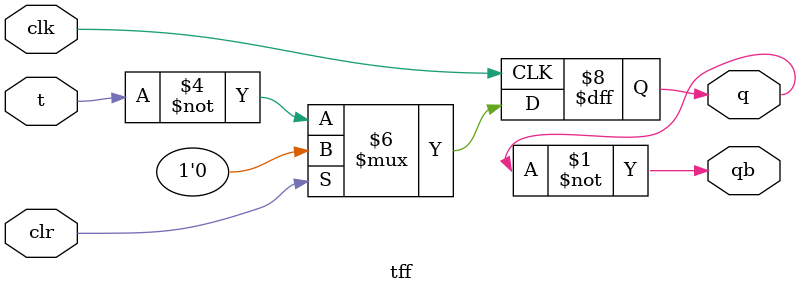
<source format=v>
`timescale 1ns / 1ps
module tff(t,clk,clr,q,qb);
input wire t,clk,clr;
output reg q;
output qb;
assign qb=~q;
always @(posedge clk)
begin
    if(clr==1'b1)
        q=1'b0;
    else 
        q=~t;
end
endmodule

</source>
